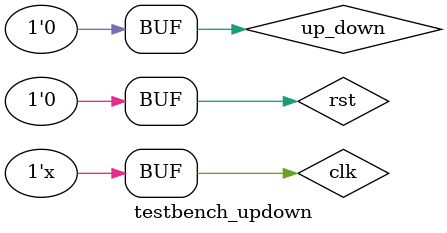
<source format=v>
`timescale 1ns / 1ps
module testbench_updown;

    reg clk;
    reg rst;
    reg up_down;
    wire [3:0] count;

    // Instantiate the counter
    up_down_counter uut (
        .clk(clk),
        .rst(rst),
        .up_down(up_down),
        .count(count)
    );
// Clock generation: 10ns period
    always #5 clk = ~clk;

    initial begin
        // Initialize signals
        clk = 0;
        rst = 1;
        up_down = 1;

        // Apply reset
        #10 rst = 0;

        // Count up for 10 cycles
        #100 up_down = 0;

        // Count down for 10 cycles
        #100;

        
      
    end
	 // Monitor count value
    initial begin
        $monitor("Time=%0t | Reset=%b | Up_Down=%b | Count=%b", $time, rst, up_down, count);
    end

endmodule


</source>
